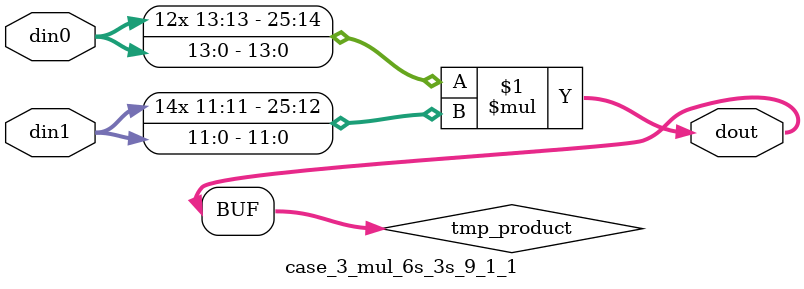
<source format=v>

`timescale 1 ns / 1 ps

 (* use_dsp = "no" *)  module case_3_mul_6s_3s_9_1_1(din0, din1, dout);
parameter ID = 1;
parameter NUM_STAGE = 0;
parameter din0_WIDTH = 14;
parameter din1_WIDTH = 12;
parameter dout_WIDTH = 26;

input [din0_WIDTH - 1 : 0] din0; 
input [din1_WIDTH - 1 : 0] din1; 
output [dout_WIDTH - 1 : 0] dout;

wire signed [dout_WIDTH - 1 : 0] tmp_product;



























assign tmp_product = $signed(din0) * $signed(din1);








assign dout = tmp_product;





















endmodule

</source>
